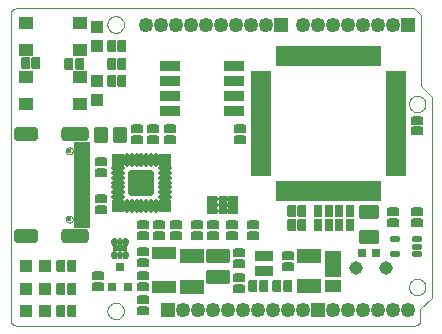
<source format=gbr>
G04 PROTEUS RS274X GERBER FILE*
%FSLAX45Y45*%
%MOMM*%
G01*
%AMPPAD044*
4,1,36,
-0.500000,0.477000,
0.500000,0.477000,
0.525970,0.474470,
0.549980,0.467200,
0.571580,0.455650,
0.590290,0.440290,
0.605650,0.421570,
0.617200,0.399980,
0.624470,0.375970,
0.627000,0.350000,
0.627000,-0.350000,
0.624470,-0.375970,
0.617200,-0.399980,
0.605650,-0.421570,
0.590290,-0.440290,
0.571580,-0.455650,
0.549980,-0.467200,
0.525970,-0.474470,
0.500000,-0.477000,
-0.500000,-0.477000,
-0.525970,-0.474470,
-0.549980,-0.467200,
-0.571580,-0.455650,
-0.590290,-0.440290,
-0.605650,-0.421570,
-0.617200,-0.399980,
-0.624470,-0.375970,
-0.627000,-0.350000,
-0.627000,0.350000,
-0.624470,0.375970,
-0.617200,0.399980,
-0.605650,0.421570,
-0.590290,0.440290,
-0.571580,0.455650,
-0.549980,0.467200,
-0.525970,0.474470,
-0.500000,0.477000,
0*%
%ADD50PPAD044*%
%ADD51C,0.404000*%
%AMPPAD046*
4,1,36,
1.177000,0.195200,
1.177000,-0.195200,
1.168410,-0.283490,
1.143690,-0.365130,
1.104420,-0.438560,
1.052180,-0.502180,
0.988560,-0.554420,
0.915130,-0.593690,
0.833490,-0.618410,
0.745200,-0.627000,
-0.745200,-0.627000,
-0.833490,-0.618410,
-0.915130,-0.593690,
-0.988560,-0.554420,
-1.052180,-0.502180,
-1.104420,-0.438560,
-1.143690,-0.365130,
-1.168410,-0.283490,
-1.177000,-0.195200,
-1.177000,0.195200,
-1.168410,0.283490,
-1.143690,0.365130,
-1.104420,0.438560,
-1.052180,0.502180,
-0.988560,0.554420,
-0.915130,0.593690,
-0.833490,0.618410,
-0.745200,0.627000,
0.745200,0.627000,
0.833490,0.618410,
0.915130,0.593690,
0.988560,0.554420,
1.052180,0.502180,
1.104420,0.438560,
1.143690,0.365130,
1.168410,0.283490,
1.177000,0.195200,
0*%
%ADD52PPAD046*%
%AMPPAD047*
4,1,36,
1.027000,0.195200,
1.027000,-0.195200,
1.018410,-0.283490,
0.993690,-0.365130,
0.954420,-0.438560,
0.902180,-0.502180,
0.838560,-0.554420,
0.765130,-0.593690,
0.683490,-0.618410,
0.595200,-0.627000,
-0.595200,-0.627000,
-0.683490,-0.618410,
-0.765130,-0.593690,
-0.838560,-0.554420,
-0.902180,-0.502180,
-0.954420,-0.438560,
-0.993690,-0.365130,
-1.018410,-0.283490,
-1.027000,-0.195200,
-1.027000,0.195200,
-1.018410,0.283490,
-0.993690,0.365130,
-0.954420,0.438560,
-0.902180,0.502180,
-0.838560,0.554420,
-0.765130,0.593690,
-0.683490,0.618410,
-0.595200,0.627000,
0.595200,0.627000,
0.683490,0.618410,
0.765130,0.593690,
0.838560,0.554420,
0.902180,0.502180,
0.954420,0.438560,
0.993690,0.365130,
1.018410,0.283490,
1.027000,0.195200,
0*%
%ADD53PPAD047*%
%AMPPAD048*
4,1,36,
0.702000,0.300000,
0.702000,-0.300000,
0.699470,-0.325970,
0.692200,-0.349980,
0.680650,-0.371580,
0.665290,-0.390290,
0.646570,-0.405650,
0.624980,-0.417200,
0.600970,-0.424470,
0.575000,-0.427000,
-0.575000,-0.427000,
-0.600970,-0.424470,
-0.624980,-0.417200,
-0.646570,-0.405650,
-0.665290,-0.390290,
-0.680650,-0.371580,
-0.692200,-0.349980,
-0.699470,-0.325970,
-0.702000,-0.300000,
-0.702000,0.300000,
-0.699470,0.325970,
-0.692200,0.349980,
-0.680650,0.371580,
-0.665290,0.390290,
-0.646570,0.405650,
-0.624980,0.417200,
-0.600970,0.424470,
-0.575000,0.427000,
0.575000,0.427000,
0.600970,0.424470,
0.624980,0.417200,
0.646570,0.405650,
0.665290,0.390290,
0.680650,0.371580,
0.692200,0.349980,
0.699470,0.325970,
0.702000,0.300000,
0*%
%ADD54PPAD048*%
%AMPPAD049*
4,1,36,
0.702000,0.150000,
0.702000,-0.150000,
0.699470,-0.175970,
0.692200,-0.199980,
0.680650,-0.221580,
0.665290,-0.240290,
0.646570,-0.255650,
0.624980,-0.267200,
0.600970,-0.274470,
0.575000,-0.277000,
-0.575000,-0.277000,
-0.600970,-0.274470,
-0.624980,-0.267200,
-0.646570,-0.255650,
-0.665290,-0.240290,
-0.680650,-0.221580,
-0.692200,-0.199980,
-0.699470,-0.175970,
-0.702000,-0.150000,
-0.702000,0.150000,
-0.699470,0.175970,
-0.692200,0.199980,
-0.680650,0.221580,
-0.665290,0.240290,
-0.646570,0.255650,
-0.624980,0.267200,
-0.600970,0.274470,
-0.575000,0.277000,
0.575000,0.277000,
0.600970,0.274470,
0.624980,0.267200,
0.646570,0.255650,
0.665290,0.240290,
0.680650,0.221580,
0.692200,0.199980,
0.699470,0.175970,
0.702000,0.150000,
0*%
%ADD55PPAD049*%
%AMPPAD050*
4,1,36,
0.400000,-0.527000,
-0.400000,-0.527000,
-0.425970,-0.524470,
-0.449980,-0.517200,
-0.471580,-0.505650,
-0.490290,-0.490290,
-0.505650,-0.471570,
-0.517200,-0.449980,
-0.524470,-0.425970,
-0.527000,-0.400000,
-0.527000,0.400000,
-0.524470,0.425970,
-0.517200,0.449980,
-0.505650,0.471570,
-0.490290,0.490290,
-0.471580,0.505650,
-0.449980,0.517200,
-0.425970,0.524470,
-0.400000,0.527000,
0.400000,0.527000,
0.425970,0.524470,
0.449980,0.517200,
0.471580,0.505650,
0.490290,0.490290,
0.505650,0.471570,
0.517200,0.449980,
0.524470,0.425970,
0.527000,0.400000,
0.527000,-0.400000,
0.524470,-0.425970,
0.517200,-0.449980,
0.505650,-0.471570,
0.490290,-0.490290,
0.471580,-0.505650,
0.449980,-0.517200,
0.425970,-0.524470,
0.400000,-0.527000,
0*%
%ADD56PPAD050*%
%AMPPAD051*
4,1,36,
-0.527000,-0.400000,
-0.527000,0.400000,
-0.524470,0.425970,
-0.517200,0.449980,
-0.505650,0.471580,
-0.490290,0.490290,
-0.471570,0.505650,
-0.449980,0.517200,
-0.425970,0.524470,
-0.400000,0.527000,
0.400000,0.527000,
0.425970,0.524470,
0.449980,0.517200,
0.471570,0.505650,
0.490290,0.490290,
0.505650,0.471580,
0.517200,0.449980,
0.524470,0.425970,
0.527000,0.400000,
0.527000,-0.400000,
0.524470,-0.425970,
0.517200,-0.449980,
0.505650,-0.471580,
0.490290,-0.490290,
0.471570,-0.505650,
0.449980,-0.517200,
0.425970,-0.524470,
0.400000,-0.527000,
-0.400000,-0.527000,
-0.425970,-0.524470,
-0.449980,-0.517200,
-0.471570,-0.505650,
-0.490290,-0.490290,
-0.505650,-0.471580,
-0.517200,-0.449980,
-0.524470,-0.425970,
-0.527000,-0.400000,
0*%
%ADD57PPAD051*%
%AMPPAD052*
4,1,36,
-0.392000,-0.150000,
-0.392000,0.150000,
-0.389470,0.175970,
-0.382200,0.199980,
-0.370650,0.221580,
-0.355290,0.240290,
-0.336570,0.255650,
-0.314980,0.267200,
-0.290970,0.274470,
-0.265000,0.277000,
0.265000,0.277000,
0.290970,0.274470,
0.314980,0.267200,
0.336570,0.255650,
0.355290,0.240290,
0.370650,0.221580,
0.382200,0.199980,
0.389470,0.175970,
0.392000,0.150000,
0.392000,-0.150000,
0.389470,-0.175970,
0.382200,-0.199980,
0.370650,-0.221580,
0.355290,-0.240290,
0.336570,-0.255650,
0.314980,-0.267200,
0.290970,-0.274470,
0.265000,-0.277000,
-0.265000,-0.277000,
-0.290970,-0.274470,
-0.314980,-0.267200,
-0.336570,-0.255650,
-0.355290,-0.240290,
-0.370650,-0.221580,
-0.382200,-0.199980,
-0.389470,-0.175970,
-0.392000,-0.150000,
0*%
%ADD58PPAD052*%
%AMPPAD053*
4,1,36,
0.863600,0.317500,
0.863600,-0.317500,
0.861070,-0.343470,
0.853800,-0.367480,
0.842250,-0.389080,
0.826890,-0.407790,
0.808170,-0.423150,
0.786580,-0.434700,
0.762570,-0.441970,
0.736600,-0.444500,
-0.736600,-0.444500,
-0.762570,-0.441970,
-0.786580,-0.434700,
-0.808170,-0.423150,
-0.826890,-0.407790,
-0.842250,-0.389080,
-0.853800,-0.367480,
-0.861070,-0.343470,
-0.863600,-0.317500,
-0.863600,0.317500,
-0.861070,0.343470,
-0.853800,0.367480,
-0.842250,0.389080,
-0.826890,0.407790,
-0.808170,0.423150,
-0.786580,0.434700,
-0.762570,0.441970,
-0.736600,0.444500,
0.736600,0.444500,
0.762570,0.441970,
0.786580,0.434700,
0.808170,0.423150,
0.826890,0.407790,
0.842250,0.389080,
0.853800,0.367480,
0.861070,0.343470,
0.863600,0.317500,
0*%
%ADD59PPAD053*%
%AMPPAD054*
4,1,36,
-0.250000,0.527000,
0.250000,0.527000,
0.275970,0.524470,
0.299980,0.517200,
0.321580,0.505650,
0.340290,0.490290,
0.355650,0.471570,
0.367200,0.449980,
0.374470,0.425970,
0.377000,0.400000,
0.377000,-0.400000,
0.374470,-0.425970,
0.367200,-0.449980,
0.355650,-0.471570,
0.340290,-0.490290,
0.321580,-0.505650,
0.299980,-0.517200,
0.275970,-0.524470,
0.250000,-0.527000,
-0.250000,-0.527000,
-0.275970,-0.524470,
-0.299980,-0.517200,
-0.321580,-0.505650,
-0.340290,-0.490290,
-0.355650,-0.471570,
-0.367200,-0.449980,
-0.374470,-0.425970,
-0.377000,-0.400000,
-0.377000,0.400000,
-0.374470,0.425970,
-0.367200,0.449980,
-0.355650,0.471570,
-0.340290,0.490290,
-0.321580,0.505650,
-0.299980,0.517200,
-0.275970,0.524470,
-0.250000,0.527000,
0*%
%ADD60PPAD054*%
%AMPPAD055*
4,1,23,
0.477000,-0.277000,
-0.203090,-0.277000,
-0.227960,-0.275790,
-0.258480,-0.271300,
-0.307850,-0.256340,
-0.355470,-0.230880,
-0.396870,-0.196870,
-0.430880,-0.155470,
-0.456340,-0.107850,
-0.471300,-0.058480,
-0.475790,-0.027960,
-0.477150,0.000000,
-0.475790,0.027960,
-0.471300,0.058480,
-0.456340,0.107850,
-0.430880,0.155470,
-0.396870,0.196870,
-0.355470,0.230880,
-0.307850,0.256340,
-0.258480,0.271300,
-0.227960,0.275790,
-0.203090,0.277000,
0.477000,0.277000,
0.477000,-0.277000,
0*%
%ADD61PPAD055*%
%AMPPAD056*
4,1,23,
-0.477000,0.277000,
0.203090,0.277000,
0.227960,0.275790,
0.258480,0.271300,
0.307850,0.256340,
0.355470,0.230880,
0.396870,0.196870,
0.430880,0.155470,
0.456340,0.107850,
0.471300,0.058480,
0.475790,0.027960,
0.477150,0.000000,
0.475790,-0.027960,
0.471300,-0.058480,
0.456340,-0.107850,
0.430880,-0.155470,
0.396870,-0.196870,
0.355470,-0.230880,
0.307850,-0.256340,
0.258480,-0.271300,
0.227960,-0.275790,
0.203090,-0.277000,
-0.477000,-0.277000,
-0.477000,0.277000,
0*%
%ADD62PPAD056*%
%AMPPAD057*
4,1,36,
0.250000,-0.782000,
-0.250000,-0.782000,
-0.275970,-0.779470,
-0.299980,-0.772200,
-0.321580,-0.760650,
-0.340290,-0.745290,
-0.355650,-0.726570,
-0.367200,-0.704980,
-0.374470,-0.680970,
-0.377000,-0.655000,
-0.377000,0.655000,
-0.374470,0.680970,
-0.367200,0.704980,
-0.355650,0.726570,
-0.340290,0.745290,
-0.321580,0.760650,
-0.299980,0.772200,
-0.275970,0.779470,
-0.250000,0.782000,
0.250000,0.782000,
0.275970,0.779470,
0.299980,0.772200,
0.321580,0.760650,
0.340290,0.745290,
0.355650,0.726570,
0.367200,0.704980,
0.374470,0.680970,
0.377000,0.655000,
0.377000,-0.655000,
0.374470,-0.680970,
0.367200,-0.704980,
0.355650,-0.726570,
0.340290,-0.745290,
0.321580,-0.760650,
0.299980,-0.772200,
0.275970,-0.779470,
0.250000,-0.782000,
0*%
%ADD63PPAD057*%
%AMPPAD058*
4,1,48,
-0.552000,-0.023800,
-0.552000,0.023800,
-0.550970,0.044920,
-0.547960,0.065350,
-0.543040,0.085000,
-0.527890,0.121580,
-0.506270,0.153910,
-0.478920,0.181270,
-0.446580,0.202890,
-0.410000,0.218040,
-0.390350,0.222960,
-0.369920,0.225970,
-0.348800,0.227000,
0.348800,0.227000,
0.369920,0.225970,
0.390350,0.222960,
0.410000,0.218040,
0.446580,0.202890,
0.478920,0.181270,
0.506270,0.153910,
0.527890,0.121580,
0.543040,0.085000,
0.547960,0.065350,
0.550970,0.044920,
0.552000,0.023800,
0.552000,-0.023800,
0.550970,-0.044920,
0.547960,-0.065350,
0.543040,-0.085000,
0.527890,-0.121580,
0.506270,-0.153910,
0.478920,-0.181270,
0.446580,-0.202890,
0.410000,-0.218040,
0.390350,-0.222960,
0.369920,-0.225970,
0.348800,-0.227000,
-0.348800,-0.227000,
-0.369920,-0.225970,
-0.390350,-0.222960,
-0.410000,-0.218040,
-0.446580,-0.202890,
-0.478920,-0.181270,
-0.506270,-0.153910,
-0.527890,-0.121580,
-0.543040,-0.085000,
-0.547960,-0.065350,
-0.550970,-0.044920,
-0.552000,-0.023800,
0*%
%ADD64PPAD058*%
%AMPPAD059*
4,1,48,
0.023800,-0.552000,
-0.023800,-0.552000,
-0.044920,-0.550970,
-0.065350,-0.547960,
-0.085000,-0.543040,
-0.121580,-0.527890,
-0.153910,-0.506270,
-0.181270,-0.478920,
-0.202890,-0.446580,
-0.218040,-0.410000,
-0.222960,-0.390350,
-0.225970,-0.369920,
-0.227000,-0.348800,
-0.227000,0.348800,
-0.225970,0.369920,
-0.222960,0.390350,
-0.218040,0.410000,
-0.202890,0.446580,
-0.181270,0.478920,
-0.153910,0.506270,
-0.121580,0.527890,
-0.085000,0.543040,
-0.065350,0.547960,
-0.044920,0.550970,
-0.023800,0.552000,
0.023800,0.552000,
0.044920,0.550970,
0.065350,0.547960,
0.085000,0.543040,
0.121580,0.527890,
0.153910,0.506270,
0.181270,0.478920,
0.202890,0.446580,
0.218040,0.410000,
0.222960,0.390350,
0.225970,0.369920,
0.227000,0.348800,
0.227000,-0.348800,
0.225970,-0.369920,
0.222960,-0.390350,
0.218040,-0.410000,
0.202890,-0.446580,
0.181270,-0.478920,
0.153910,-0.506270,
0.121580,-0.527890,
0.085000,-0.543040,
0.065350,-0.547960,
0.044920,-0.550970,
0.023800,-0.552000,
0*%
%ADD65PPAD059*%
%AMPPAD060*
4,1,44,
0.746000,-1.127000,
-0.746000,-1.127000,
-0.785600,-1.125080,
-0.823900,-1.119420,
-0.895940,-1.097610,
-0.960730,-1.062960,
-1.016870,-1.016870,
-1.062960,-0.960730,
-1.097610,-0.895940,
-1.119420,-0.823900,
-1.125080,-0.785600,
-1.127000,-0.746000,
-1.127000,0.746000,
-1.125080,0.785600,
-1.119420,0.823900,
-1.097610,0.895940,
-1.062960,0.960730,
-1.016870,1.016870,
-0.960730,1.062960,
-0.895940,1.097610,
-0.823900,1.119420,
-0.785600,1.125080,
-0.746000,1.127000,
0.746000,1.127000,
0.785600,1.125080,
0.823900,1.119420,
0.895940,1.097610,
0.960730,1.062960,
1.016870,1.016870,
1.062960,0.960730,
1.097610,0.895940,
1.119420,0.823900,
1.125080,0.785600,
1.127000,0.746000,
1.127000,-0.746000,
1.125080,-0.785600,
1.119420,-0.823900,
1.097610,-0.895940,
1.062960,-0.960730,
1.016870,-1.016870,
0.960730,-1.062960,
0.895940,-1.097610,
0.823900,-1.119420,
0.785600,-1.125080,
0.746000,-1.127000,
0*%
%ADD66PPAD060*%
%AMPPAD061*
4,1,36,
0.390000,-0.517000,
-0.390000,-0.517000,
-0.415970,-0.514470,
-0.439980,-0.507200,
-0.461580,-0.495650,
-0.480290,-0.480290,
-0.495650,-0.461570,
-0.507200,-0.439980,
-0.514470,-0.415970,
-0.517000,-0.390000,
-0.517000,0.390000,
-0.514470,0.415970,
-0.507200,0.439980,
-0.495650,0.461570,
-0.480290,0.480290,
-0.461580,0.495650,
-0.439980,0.507200,
-0.415970,0.514470,
-0.390000,0.517000,
0.390000,0.517000,
0.415970,0.514470,
0.439980,0.507200,
0.461580,0.495650,
0.480290,0.480290,
0.495650,0.461570,
0.507200,0.439980,
0.514470,0.415970,
0.517000,0.390000,
0.517000,-0.390000,
0.514470,-0.415970,
0.507200,-0.439980,
0.495650,-0.461570,
0.480290,-0.480290,
0.461580,-0.495650,
0.439980,-0.507200,
0.415970,-0.514470,
0.390000,-0.517000,
0*%
%ADD67PPAD061*%
%AMPPAD062*
4,1,36,
0.277000,0.375000,
0.277000,-0.375000,
0.274470,-0.400970,
0.267200,-0.424980,
0.255650,-0.446580,
0.240290,-0.465290,
0.221570,-0.480650,
0.199980,-0.492200,
0.175970,-0.499470,
0.150000,-0.502000,
-0.150000,-0.502000,
-0.175970,-0.499470,
-0.199980,-0.492200,
-0.221570,-0.480650,
-0.240290,-0.465290,
-0.255650,-0.446580,
-0.267200,-0.424980,
-0.274470,-0.400970,
-0.277000,-0.375000,
-0.277000,0.375000,
-0.274470,0.400970,
-0.267200,0.424980,
-0.255650,0.446580,
-0.240290,0.465290,
-0.221570,0.480650,
-0.199980,0.492200,
-0.175970,0.499470,
-0.150000,0.502000,
0.150000,0.502000,
0.175970,0.499470,
0.199980,0.492200,
0.221570,0.480650,
0.240290,0.465290,
0.255650,0.446580,
0.267200,0.424980,
0.274470,0.400970,
0.277000,0.375000,
0*%
%ADD68PPAD062*%
%AMPPAD063*
4,1,36,
0.877000,0.275000,
0.877000,-0.275000,
0.874470,-0.300970,
0.867200,-0.324980,
0.855650,-0.346580,
0.840290,-0.365290,
0.821570,-0.380650,
0.799980,-0.392200,
0.775970,-0.399470,
0.750000,-0.402000,
-0.750000,-0.402000,
-0.775970,-0.399470,
-0.799980,-0.392200,
-0.821570,-0.380650,
-0.840290,-0.365290,
-0.855650,-0.346580,
-0.867200,-0.324980,
-0.874470,-0.300970,
-0.877000,-0.275000,
-0.877000,0.275000,
-0.874470,0.300970,
-0.867200,0.324980,
-0.855650,0.346580,
-0.840290,0.365290,
-0.821570,0.380650,
-0.799980,0.392200,
-0.775970,0.399470,
-0.750000,0.402000,
0.750000,0.402000,
0.775970,0.399470,
0.799980,0.392200,
0.821570,0.380650,
0.840290,0.365290,
0.855650,0.346580,
0.867200,0.324980,
0.874470,0.300970,
0.877000,0.275000,
0*%
%ADD69PPAD063*%
%AMPPAD064*
4,1,36,
-0.275000,0.877000,
0.275000,0.877000,
0.300970,0.874470,
0.324980,0.867200,
0.346580,0.855650,
0.365290,0.840290,
0.380650,0.821570,
0.392200,0.799980,
0.399470,0.775970,
0.402000,0.750000,
0.402000,-0.750000,
0.399470,-0.775970,
0.392200,-0.799980,
0.380650,-0.821570,
0.365290,-0.840290,
0.346580,-0.855650,
0.324980,-0.867200,
0.300970,-0.874470,
0.275000,-0.877000,
-0.275000,-0.877000,
-0.300970,-0.874470,
-0.324980,-0.867200,
-0.346580,-0.855650,
-0.365290,-0.840290,
-0.380650,-0.821570,
-0.392200,-0.799980,
-0.399470,-0.775970,
-0.402000,-0.750000,
-0.402000,0.750000,
-0.399470,0.775970,
-0.392200,0.799980,
-0.380650,0.821570,
-0.365290,0.840290,
-0.346580,0.855650,
-0.324980,0.867200,
-0.300970,0.874470,
-0.275000,0.877000,
0*%
%ADD74PPAD064*%
%AMPPAD065*
4,1,36,
-0.254000,0.508000,
0.254000,0.508000,
0.279970,0.505470,
0.303980,0.498200,
0.325580,0.486650,
0.344290,0.471290,
0.359650,0.452570,
0.371200,0.430980,
0.378470,0.406970,
0.381000,0.381000,
0.381000,-0.381000,
0.378470,-0.406970,
0.371200,-0.430980,
0.359650,-0.452570,
0.344290,-0.471290,
0.325580,-0.486650,
0.303980,-0.498200,
0.279970,-0.505470,
0.254000,-0.508000,
-0.254000,-0.508000,
-0.279970,-0.505470,
-0.303980,-0.498200,
-0.325580,-0.486650,
-0.344290,-0.471290,
-0.359650,-0.452570,
-0.371200,-0.430980,
-0.378470,-0.406970,
-0.381000,-0.381000,
-0.381000,0.381000,
-0.378470,0.406970,
-0.371200,0.430980,
-0.359650,0.452570,
-0.344290,0.471290,
-0.325580,0.486650,
-0.303980,0.498200,
-0.279970,0.505470,
-0.254000,0.508000,
0*%
%ADD75PPAD065*%
%AMPPAD066*
4,1,36,
0.090000,-0.302000,
-0.090000,-0.302000,
-0.115970,-0.299470,
-0.139980,-0.292200,
-0.161580,-0.280650,
-0.180290,-0.265290,
-0.195650,-0.246570,
-0.207200,-0.224980,
-0.214470,-0.200970,
-0.217000,-0.175000,
-0.217000,0.175000,
-0.214470,0.200970,
-0.207200,0.224980,
-0.195650,0.246570,
-0.180290,0.265290,
-0.161580,0.280650,
-0.139980,0.292200,
-0.115970,0.299470,
-0.090000,0.302000,
0.090000,0.302000,
0.115970,0.299470,
0.139980,0.292200,
0.161580,0.280650,
0.180290,0.265290,
0.195650,0.246570,
0.207200,0.224980,
0.214470,0.200970,
0.217000,0.175000,
0.217000,-0.175000,
0.214470,-0.200970,
0.207200,-0.224980,
0.195650,-0.246570,
0.180290,-0.265290,
0.161580,-0.280650,
0.139980,-0.292200,
0.115970,-0.299470,
0.090000,-0.302000,
0*%
%ADD76PPAD066*%
%AMPPAD067*
4,1,36,
0.470000,-0.277000,
-0.470000,-0.277000,
-0.495970,-0.274470,
-0.519980,-0.267200,
-0.541580,-0.255650,
-0.560290,-0.240290,
-0.575650,-0.221570,
-0.587200,-0.199980,
-0.594470,-0.175970,
-0.597000,-0.150000,
-0.597000,0.150000,
-0.594470,0.175970,
-0.587200,0.199980,
-0.575650,0.221570,
-0.560290,0.240290,
-0.541580,0.255650,
-0.519980,0.267200,
-0.495970,0.274470,
-0.470000,0.277000,
0.470000,0.277000,
0.495970,0.274470,
0.519980,0.267200,
0.541580,0.255650,
0.560290,0.240290,
0.575650,0.221570,
0.587200,0.199980,
0.594470,0.175970,
0.597000,0.150000,
0.597000,-0.150000,
0.594470,-0.175970,
0.587200,-0.199980,
0.575650,-0.221570,
0.560290,-0.240290,
0.541580,-0.255650,
0.519980,-0.267200,
0.495970,-0.274470,
0.470000,-0.277000,
0*%
%ADD77PPAD067*%
%AMPPAD068*
4,1,48,
0.373000,-0.627000,
-0.373000,-0.627000,
-0.399400,-0.625720,
-0.424930,-0.621950,
-0.449490,-0.615800,
-0.495220,-0.596870,
-0.535650,-0.569840,
-0.569840,-0.535640,
-0.596860,-0.495220,
-0.615800,-0.449490,
-0.621950,-0.424930,
-0.625720,-0.399400,
-0.627000,-0.373000,
-0.627000,0.373000,
-0.625720,0.399400,
-0.621950,0.424930,
-0.615800,0.449490,
-0.596860,0.495220,
-0.569840,0.535640,
-0.535650,0.569840,
-0.495220,0.596870,
-0.449490,0.615800,
-0.424930,0.621950,
-0.399400,0.625720,
-0.373000,0.627000,
0.373000,0.627000,
0.399400,0.625720,
0.424930,0.621950,
0.449490,0.615800,
0.495220,0.596870,
0.535650,0.569840,
0.569840,0.535640,
0.596860,0.495220,
0.615800,0.449490,
0.621950,0.424930,
0.625720,0.399400,
0.627000,0.373000,
0.627000,-0.373000,
0.625720,-0.399400,
0.621950,-0.424930,
0.615800,-0.449490,
0.596860,-0.495220,
0.569840,-0.535640,
0.535650,-0.569840,
0.495220,-0.596870,
0.449490,-0.615800,
0.424930,-0.621950,
0.399400,-0.625720,
0.373000,-0.627000,
0*%
%ADD78PPAD068*%
%ADD79C,1.254000*%
%AMPPAD070*
4,1,36,
-0.450000,0.652000,
0.450000,0.652000,
0.475970,0.649470,
0.499980,0.642200,
0.521580,0.630650,
0.540290,0.615290,
0.555650,0.596570,
0.567200,0.574980,
0.574470,0.550970,
0.577000,0.525000,
0.577000,-0.525000,
0.574470,-0.550970,
0.567200,-0.574980,
0.555650,-0.596570,
0.540290,-0.615290,
0.521580,-0.630650,
0.499980,-0.642200,
0.475970,-0.649470,
0.450000,-0.652000,
-0.450000,-0.652000,
-0.475970,-0.649470,
-0.499980,-0.642200,
-0.521580,-0.630650,
-0.540290,-0.615290,
-0.555650,-0.596570,
-0.567200,-0.574980,
-0.574470,-0.550970,
-0.577000,-0.525000,
-0.577000,0.525000,
-0.574470,0.550970,
-0.567200,0.574980,
-0.555650,0.596570,
-0.540290,0.615290,
-0.521580,0.630650,
-0.499980,0.642200,
-0.475970,0.649470,
-0.450000,0.652000,
0*%
%ADD80PPAD070*%
%AMPPAD071*
4,1,36,
0.508000,0.254000,
0.508000,-0.254000,
0.505470,-0.279970,
0.498200,-0.303980,
0.486650,-0.325580,
0.471290,-0.344290,
0.452570,-0.359650,
0.430980,-0.371200,
0.406970,-0.378470,
0.381000,-0.381000,
-0.381000,-0.381000,
-0.406970,-0.378470,
-0.430980,-0.371200,
-0.452570,-0.359650,
-0.471290,-0.344290,
-0.486650,-0.325580,
-0.498200,-0.303980,
-0.505470,-0.279970,
-0.508000,-0.254000,
-0.508000,0.254000,
-0.505470,0.279970,
-0.498200,0.303980,
-0.486650,0.325580,
-0.471290,0.344290,
-0.452570,0.359650,
-0.430980,0.371200,
-0.406970,0.378470,
-0.381000,0.381000,
0.381000,0.381000,
0.406970,0.378470,
0.430980,0.371200,
0.452570,0.359650,
0.471290,0.344290,
0.486650,0.325580,
0.498200,0.303980,
0.505470,0.279970,
0.508000,0.254000,
0*%
%ADD81PPAD071*%
%AMPPAD072*
4,1,36,
0.250000,-0.377000,
-0.250000,-0.377000,
-0.275970,-0.374470,
-0.299980,-0.367200,
-0.321580,-0.355650,
-0.340290,-0.340290,
-0.355650,-0.321570,
-0.367200,-0.299980,
-0.374470,-0.275970,
-0.377000,-0.250000,
-0.377000,0.250000,
-0.374470,0.275970,
-0.367200,0.299980,
-0.355650,0.321570,
-0.340290,0.340290,
-0.321580,0.355650,
-0.299980,0.367200,
-0.275970,0.374470,
-0.250000,0.377000,
0.250000,0.377000,
0.275970,0.374470,
0.299980,0.367200,
0.321580,0.355650,
0.340290,0.340290,
0.355650,0.321570,
0.367200,0.299980,
0.374470,0.275970,
0.377000,0.250000,
0.377000,-0.250000,
0.374470,-0.275970,
0.367200,-0.299980,
0.355650,-0.321570,
0.340290,-0.340290,
0.321580,-0.355650,
0.299980,-0.367200,
0.275970,-0.374470,
0.250000,-0.377000,
0*%
%ADD82PPAD072*%
%AMPPAD073*
4,1,36,
-0.550000,0.527000,
0.550000,0.527000,
0.575970,0.524470,
0.599980,0.517200,
0.621580,0.505650,
0.640290,0.490290,
0.655650,0.471570,
0.667200,0.449980,
0.674470,0.425970,
0.677000,0.400000,
0.677000,-0.400000,
0.674470,-0.425970,
0.667200,-0.449980,
0.655650,-0.471570,
0.640290,-0.490290,
0.621580,-0.505650,
0.599980,-0.517200,
0.575970,-0.524470,
0.550000,-0.527000,
-0.550000,-0.527000,
-0.575970,-0.524470,
-0.599980,-0.517200,
-0.621580,-0.505650,
-0.640290,-0.490290,
-0.655650,-0.471570,
-0.667200,-0.449980,
-0.674470,-0.425970,
-0.677000,-0.400000,
-0.677000,0.400000,
-0.674470,0.425970,
-0.667200,0.449980,
-0.655650,0.471570,
-0.640290,0.490290,
-0.621580,0.505650,
-0.599980,0.517200,
-0.575970,0.524470,
-0.550000,0.527000,
0*%
%ADD83PPAD073*%
%AMPPAD074*
4,1,36,
-0.550000,1.127000,
0.550000,1.127000,
0.575970,1.124470,
0.599980,1.117200,
0.621580,1.105650,
0.640290,1.090290,
0.655650,1.071570,
0.667200,1.049980,
0.674470,1.025970,
0.677000,1.000000,
0.677000,-1.000000,
0.674470,-1.025970,
0.667200,-1.049980,
0.655650,-1.071570,
0.640290,-1.090290,
0.621580,-1.105650,
0.599980,-1.117200,
0.575970,-1.124470,
0.550000,-1.127000,
-0.550000,-1.127000,
-0.575970,-1.124470,
-0.599980,-1.117200,
-0.621580,-1.105650,
-0.640290,-1.090290,
-0.655650,-1.071570,
-0.667200,-1.049980,
-0.674470,-1.025970,
-0.677000,-1.000000,
-0.677000,1.000000,
-0.674470,1.025970,
-0.667200,1.049980,
-0.655650,1.071570,
-0.640290,1.090290,
-0.621580,1.105650,
-0.599980,1.117200,
-0.575970,1.124470,
-0.550000,1.127000,
0*%
%ADD84PPAD074*%
%ADD85C,1.143000*%
%AMPPAD076*
4,1,36,
-0.825500,-0.444500,
-0.825500,0.444500,
-0.822970,0.470470,
-0.815700,0.494480,
-0.804150,0.516080,
-0.788790,0.534790,
-0.770070,0.550150,
-0.748480,0.561700,
-0.724470,0.568970,
-0.698500,0.571500,
0.698500,0.571500,
0.724470,0.568970,
0.748480,0.561700,
0.770070,0.550150,
0.788790,0.534790,
0.804150,0.516080,
0.815700,0.494480,
0.822970,0.470470,
0.825500,0.444500,
0.825500,-0.444500,
0.822970,-0.470470,
0.815700,-0.494480,
0.804150,-0.516080,
0.788790,-0.534790,
0.770070,-0.550150,
0.748480,-0.561700,
0.724470,-0.568970,
0.698500,-0.571500,
-0.698500,-0.571500,
-0.724470,-0.568970,
-0.748480,-0.561700,
-0.770070,-0.550150,
-0.788790,-0.534790,
-0.804150,-0.516080,
-0.815700,-0.494480,
-0.822970,-0.470470,
-0.825500,-0.444500,
0*%
%ADD86PPAD076*%
%AMPPAD077*
4,1,36,
0.977000,0.500000,
0.977000,-0.500000,
0.974470,-0.525970,
0.967200,-0.549980,
0.955650,-0.571580,
0.940290,-0.590290,
0.921570,-0.605650,
0.899980,-0.617200,
0.875970,-0.624470,
0.850000,-0.627000,
-0.850000,-0.627000,
-0.875970,-0.624470,
-0.899980,-0.617200,
-0.921570,-0.605650,
-0.940290,-0.590290,
-0.955650,-0.571580,
-0.967200,-0.549980,
-0.974470,-0.525970,
-0.977000,-0.500000,
-0.977000,0.500000,
-0.974470,0.525970,
-0.967200,0.549980,
-0.955650,0.571580,
-0.940290,0.590290,
-0.921570,0.605650,
-0.899980,0.617200,
-0.875970,0.624470,
-0.850000,0.627000,
0.850000,0.627000,
0.875970,0.624470,
0.899980,0.617200,
0.921570,0.605650,
0.940290,0.590290,
0.955650,0.571580,
0.967200,0.549980,
0.974470,0.525970,
0.977000,0.500000,
0*%
%ADD87PPAD077*%
%AMPPAD078*
4,1,36,
0.150000,-0.462000,
-0.150000,-0.462000,
-0.175970,-0.459470,
-0.199980,-0.452200,
-0.221580,-0.440650,
-0.240290,-0.425290,
-0.255650,-0.406570,
-0.267200,-0.384980,
-0.274470,-0.360970,
-0.277000,-0.335000,
-0.277000,0.335000,
-0.274470,0.360970,
-0.267200,0.384980,
-0.255650,0.406570,
-0.240290,0.425290,
-0.221580,0.440650,
-0.199980,0.452200,
-0.175970,0.459470,
-0.150000,0.462000,
0.150000,0.462000,
0.175970,0.459470,
0.199980,0.452200,
0.221580,0.440650,
0.240290,0.425290,
0.255650,0.406570,
0.267200,0.384980,
0.274470,0.360970,
0.277000,0.335000,
0.277000,-0.335000,
0.274470,-0.360970,
0.267200,-0.384980,
0.255650,-0.406570,
0.240290,-0.425290,
0.221580,-0.440650,
0.199980,-0.452200,
0.175970,-0.459470,
0.150000,-0.462000,
0*%
%ADD88PPAD078*%
%AMPPAD079*
4,1,36,
-0.900000,0.577000,
0.900000,0.577000,
0.925970,0.574470,
0.949980,0.567200,
0.971580,0.555650,
0.990290,0.540290,
1.005650,0.521570,
1.017200,0.499980,
1.024470,0.475970,
1.027000,0.450000,
1.027000,-0.450000,
1.024470,-0.475970,
1.017200,-0.499980,
1.005650,-0.521570,
0.990290,-0.540290,
0.971580,-0.555650,
0.949980,-0.567200,
0.925970,-0.574470,
0.900000,-0.577000,
-0.900000,-0.577000,
-0.925970,-0.574470,
-0.949980,-0.567200,
-0.971580,-0.555650,
-0.990290,-0.540290,
-1.005650,-0.521570,
-1.017200,-0.499980,
-1.024470,-0.475970,
-1.027000,-0.450000,
-1.027000,0.450000,
-1.024470,0.475970,
-1.017200,0.499980,
-1.005650,0.521570,
-0.990290,0.540290,
-0.971580,0.555650,
-0.949980,0.567200,
-0.925970,0.574470,
-0.900000,0.577000,
0*%
%ADD89PPAD079*%
%ADD46C,0.025400*%
D50*
X+127000Y+2334050D03*
X+587000Y+2334050D03*
X+587000Y+2559050D03*
X+127000Y+2559050D03*
X+127000Y+1873650D03*
X+587000Y+1873650D03*
X+587000Y+2098650D03*
X+127000Y+2098650D03*
D51*
X+495000Y+898650D03*
X+495000Y+1476650D03*
D52*
X+545000Y+755650D03*
X+545000Y+1619650D03*
D53*
X+127000Y+755650D03*
X+127000Y+1619650D03*
D54*
X+602500Y+1507650D03*
X+602500Y+1427650D03*
D55*
X+602500Y+1312650D03*
X+602500Y+1212650D03*
X+602500Y+1162650D03*
X+602500Y+1062650D03*
D54*
X+602500Y+867650D03*
X+602500Y+947650D03*
D55*
X+602500Y+1012650D03*
X+602500Y+1112650D03*
X+602500Y+1262650D03*
X+602500Y+1362650D03*
D56*
X+292000Y+120650D03*
X+127000Y+120650D03*
D57*
X+727000Y+2363650D03*
X+727000Y+2528650D03*
D56*
X+292000Y+311150D03*
X+127000Y+311150D03*
X+292000Y+501650D03*
X+127000Y+501650D03*
D57*
X+727000Y+1903650D03*
X+727000Y+2068650D03*
D58*
X+3441700Y+601750D03*
X+3441700Y+666750D03*
X+3441700Y+731750D03*
X+3253700Y+731750D03*
X+3253700Y+601750D03*
D59*
X+1887200Y+1815050D03*
X+1887200Y+1942050D03*
X+1887200Y+2069050D03*
X+1887200Y+2196050D03*
X+1347200Y+2196050D03*
X+1347200Y+2069050D03*
X+1347200Y+1942050D03*
X+1347200Y+1815050D03*
D60*
X+2603550Y+848200D03*
X+2693550Y+848200D03*
X+2783550Y+848200D03*
X+2873550Y+848200D03*
X+2873550Y+968200D03*
X+2783550Y+968200D03*
X+2693550Y+968200D03*
X+2603550Y+968200D03*
D61*
X+1874500Y+965200D03*
X+1874500Y+1015200D03*
X+1874500Y+1065200D03*
D62*
X+1714500Y+1065200D03*
X+1714500Y+1015200D03*
X+1714500Y+965200D03*
D63*
X+1794500Y+1015200D03*
D64*
X+1302500Y+1087650D03*
X+1302500Y+1127650D03*
X+1302500Y+1167650D03*
X+1302500Y+1207650D03*
X+1302500Y+1247650D03*
X+1302500Y+1287650D03*
X+1302500Y+1327650D03*
D65*
X+1227500Y+1402650D03*
X+1187500Y+1402650D03*
X+1147500Y+1402650D03*
X+1107500Y+1402650D03*
X+1067500Y+1402650D03*
X+1027500Y+1402650D03*
X+987500Y+1402650D03*
D64*
X+912500Y+1327650D03*
X+912500Y+1287650D03*
X+912500Y+1247650D03*
X+912500Y+1207650D03*
X+912500Y+1167650D03*
X+912500Y+1127650D03*
X+912500Y+1087650D03*
D65*
X+987500Y+1012650D03*
X+1027500Y+1012650D03*
X+1067500Y+1012650D03*
X+1107500Y+1012650D03*
X+1147500Y+1012650D03*
X+1187500Y+1012650D03*
X+1227500Y+1012650D03*
D66*
X+1107500Y+1207650D03*
D67*
X+1302500Y+1012650D03*
X+1302500Y+1402650D03*
X+912500Y+1402650D03*
X+912500Y+1012650D03*
D68*
X+1375550Y+612900D03*
X+1325550Y+612900D03*
X+1275550Y+612900D03*
X+1225550Y+612900D03*
X+1225550Y+322300D03*
X+1275550Y+322300D03*
X+1325550Y+322300D03*
X+1375550Y+322300D03*
D69*
X+2119900Y+2109650D03*
X+2119900Y+2029650D03*
X+2119900Y+1949650D03*
X+2119900Y+1869650D03*
X+2119900Y+1789650D03*
X+2119900Y+1709650D03*
X+2119900Y+1629650D03*
X+2119900Y+1549650D03*
X+2119900Y+1469650D03*
X+2119900Y+1389650D03*
X+2119900Y+1309650D03*
D74*
X+2289900Y+1139650D03*
X+2369900Y+1139650D03*
X+2449900Y+1139650D03*
X+2529900Y+1139650D03*
X+2609900Y+1139650D03*
X+2689900Y+1139650D03*
X+2769900Y+1139650D03*
X+2849900Y+1139650D03*
X+2929900Y+1139650D03*
X+3009900Y+1139650D03*
X+3089900Y+1139650D03*
D69*
X+3259900Y+1309650D03*
X+3259900Y+1389650D03*
X+3259900Y+1469650D03*
X+3259900Y+1549650D03*
X+3259900Y+1629650D03*
X+3259900Y+1709650D03*
X+3259900Y+1789650D03*
X+3259900Y+1869650D03*
X+3259900Y+1949650D03*
X+3259900Y+2029650D03*
X+3259900Y+2109650D03*
D74*
X+3089900Y+2279650D03*
X+3009900Y+2279650D03*
X+2929900Y+2279650D03*
X+2849900Y+2279650D03*
X+2769900Y+2279650D03*
X+2689900Y+2279650D03*
X+2609900Y+2279650D03*
X+2529900Y+2279650D03*
X+2449900Y+2279650D03*
X+2369900Y+2279650D03*
X+2289900Y+2279650D03*
D75*
X+854000Y+2068650D03*
X+945440Y+2068650D03*
X+516890Y+311150D03*
X+425450Y+311150D03*
X+516890Y+501650D03*
X+425450Y+501650D03*
X+516890Y+120650D03*
X+425450Y+120650D03*
X+945440Y+2214700D03*
X+854000Y+2214700D03*
D76*
X+978300Y+708900D03*
X+965600Y+708900D03*
X+925600Y+708900D03*
X+885600Y+708900D03*
X+872900Y+708900D03*
X+885600Y+593900D03*
X+872900Y+593900D03*
X+925600Y+593900D03*
X+978300Y+593900D03*
X+965600Y+593900D03*
D77*
X+925600Y+651400D03*
D78*
X+2286000Y+2546350D03*
D79*
X+2159000Y+2546350D03*
X+2032000Y+2546350D03*
X+1905000Y+2546350D03*
X+1778000Y+2546350D03*
X+1651000Y+2546350D03*
X+1524000Y+2546350D03*
X+1397000Y+2546350D03*
X+1270000Y+2546350D03*
X+1143000Y+2546350D03*
D78*
X+3365500Y+2546350D03*
D79*
X+3238500Y+2546350D03*
X+3111500Y+2546350D03*
X+2984500Y+2546350D03*
X+2857500Y+2546350D03*
X+2730500Y+2546350D03*
X+2603500Y+2546350D03*
X+2476500Y+2546350D03*
D78*
X+2603500Y+133350D03*
D79*
X+2730500Y+133350D03*
X+2857500Y+133350D03*
X+2984500Y+133350D03*
X+3111500Y+133350D03*
X+3238500Y+133350D03*
X+3365500Y+133350D03*
D78*
X+1333500Y+133350D03*
D79*
X+1460500Y+133350D03*
X+1587500Y+133350D03*
X+1714500Y+133350D03*
X+1841500Y+133350D03*
X+1968500Y+133350D03*
X+2095500Y+133350D03*
X+2222500Y+133350D03*
X+2349500Y+133350D03*
X+2476500Y+133350D03*
D80*
X+762500Y+1614090D03*
X+922500Y+1614090D03*
D81*
X+1067500Y+1662650D03*
X+1067500Y+1571210D03*
X+3441700Y+1642110D03*
X+3441700Y+1733550D03*
X+1937750Y+1571210D03*
X+1937750Y+1662650D03*
D82*
X+3092450Y+609600D03*
X+2972450Y+609600D03*
D81*
X+1207500Y+1571210D03*
X+1207500Y+1662650D03*
X+1117600Y+850900D03*
X+1117600Y+759460D03*
X+762500Y+1287650D03*
X+762500Y+1379090D03*
X+762500Y+1067650D03*
X+762500Y+976210D03*
D83*
X+2730500Y+330200D03*
D84*
X+2730500Y+520200D03*
D82*
X+860600Y+322300D03*
X+925600Y+492300D03*
X+990600Y+322300D03*
D81*
X+736600Y+322300D03*
X+736600Y+413740D03*
X+1117600Y+119100D03*
X+1117600Y+210540D03*
X+1347200Y+1662650D03*
X+1347200Y+1571210D03*
X+3241000Y+867410D03*
X+3241000Y+958850D03*
X+3441700Y+867410D03*
X+3441700Y+958850D03*
X+2052300Y+759460D03*
X+2052300Y+850900D03*
D85*
X+2923411Y+482600D03*
X+3177411Y+482600D03*
D75*
X+2378760Y+848200D03*
X+2470200Y+848200D03*
X+2378760Y+968200D03*
X+2470200Y+968200D03*
D86*
X+3031450Y+745490D03*
X+3031450Y+958850D03*
D87*
X+1754200Y+587500D03*
X+1754200Y+407500D03*
D88*
X+2197100Y+587500D03*
X+2147100Y+587500D03*
X+2097100Y+587500D03*
X+2097100Y+460500D03*
X+2147100Y+460500D03*
X+2197100Y+460500D03*
D81*
X+2349500Y+587500D03*
X+2349500Y+496060D03*
D89*
X+2527300Y+587500D03*
X+2527300Y+330200D03*
D81*
X+1932000Y+612900D03*
X+1932000Y+521460D03*
D75*
X+2142490Y+330200D03*
X+2051050Y+330200D03*
X+2349500Y+330200D03*
X+2258060Y+330200D03*
D89*
X+1536700Y+326900D03*
X+1536700Y+584200D03*
D81*
X+1930400Y+308610D03*
X+1930400Y+400050D03*
X+1117600Y+322300D03*
X+1117600Y+413740D03*
X+1257300Y+850900D03*
X+1257300Y+759460D03*
X+1117600Y+530860D03*
X+1117600Y+622300D03*
X+1874500Y+850900D03*
X+1874500Y+759460D03*
X+1574800Y+850900D03*
X+1574800Y+759460D03*
X+1714500Y+850900D03*
X+1714500Y+759460D03*
D75*
X+587000Y+2215490D03*
X+495560Y+2215490D03*
X+127000Y+2216760D03*
X+218440Y+2216760D03*
X+854000Y+2363650D03*
X+945440Y+2363650D03*
D81*
X+1397000Y+759460D03*
X+1397000Y+850900D03*
D46*
X+525000Y+898650D02*
X+524897Y+901139D01*
X+524055Y+906119D01*
X+522295Y+911099D01*
X+519418Y+916079D01*
X+515017Y+920995D01*
X+510037Y+924609D01*
X+505057Y+926914D01*
X+500077Y+928217D01*
X+495097Y+928650D01*
X+495000Y+928650D01*
X+465000Y+898650D02*
X+465103Y+901139D01*
X+465945Y+906119D01*
X+467705Y+911099D01*
X+470582Y+916079D01*
X+474983Y+920995D01*
X+479963Y+924609D01*
X+484943Y+926914D01*
X+489923Y+928217D01*
X+494903Y+928650D01*
X+495000Y+928650D01*
X+465000Y+898650D02*
X+465103Y+896161D01*
X+465945Y+891181D01*
X+467705Y+886201D01*
X+470582Y+881221D01*
X+474983Y+876305D01*
X+479963Y+872691D01*
X+484943Y+870386D01*
X+489923Y+869083D01*
X+494903Y+868650D01*
X+495000Y+868650D01*
X+525000Y+898650D02*
X+524897Y+896161D01*
X+524055Y+891181D01*
X+522295Y+886201D01*
X+519418Y+881221D01*
X+515017Y+876305D01*
X+510037Y+872691D01*
X+505057Y+870386D01*
X+500077Y+869083D01*
X+495097Y+868650D01*
X+495000Y+868650D01*
X+525000Y+1476650D02*
X+524897Y+1479139D01*
X+524055Y+1484119D01*
X+522295Y+1489099D01*
X+519418Y+1494079D01*
X+515017Y+1498995D01*
X+510037Y+1502609D01*
X+505057Y+1504914D01*
X+500077Y+1506217D01*
X+495097Y+1506650D01*
X+495000Y+1506650D01*
X+465000Y+1476650D02*
X+465103Y+1479139D01*
X+465945Y+1484119D01*
X+467705Y+1489099D01*
X+470582Y+1494079D01*
X+474983Y+1498995D01*
X+479963Y+1502609D01*
X+484943Y+1504914D01*
X+489923Y+1506217D01*
X+494903Y+1506650D01*
X+495000Y+1506650D01*
X+465000Y+1476650D02*
X+465103Y+1474161D01*
X+465945Y+1469181D01*
X+467705Y+1464201D01*
X+470582Y+1459221D01*
X+474983Y+1454305D01*
X+479963Y+1450691D01*
X+484943Y+1448386D01*
X+489923Y+1447083D01*
X+494903Y+1446650D01*
X+495000Y+1446650D01*
X+525000Y+1476650D02*
X+524897Y+1474161D01*
X+524055Y+1469181D01*
X+522295Y+1464201D01*
X+519418Y+1459221D01*
X+515017Y+1454305D01*
X+510037Y+1450691D01*
X+505057Y+1448386D01*
X+500077Y+1447083D01*
X+495097Y+1446650D01*
X+495000Y+1446650D01*
X+959000Y+2546350D02*
X+958761Y+2552129D01*
X+956819Y+2563689D01*
X+952756Y+2575249D01*
X+946123Y+2586809D01*
X+935976Y+2598247D01*
X+924416Y+2606730D01*
X+912856Y+2612160D01*
X+901296Y+2615262D01*
X+889736Y+2616346D01*
X+889000Y+2616350D01*
X+819000Y+2546350D02*
X+819239Y+2552129D01*
X+821181Y+2563689D01*
X+825244Y+2575249D01*
X+831877Y+2586809D01*
X+842024Y+2598247D01*
X+853584Y+2606730D01*
X+865144Y+2612160D01*
X+876704Y+2615262D01*
X+888264Y+2616346D01*
X+889000Y+2616350D01*
X+819000Y+2546350D02*
X+819239Y+2540571D01*
X+821181Y+2529011D01*
X+825244Y+2517451D01*
X+831877Y+2505891D01*
X+842024Y+2494453D01*
X+853584Y+2485970D01*
X+865144Y+2480540D01*
X+876704Y+2477438D01*
X+888264Y+2476354D01*
X+889000Y+2476350D01*
X+959000Y+2546350D02*
X+958761Y+2540571D01*
X+956819Y+2529011D01*
X+952756Y+2517451D01*
X+946123Y+2505891D01*
X+935976Y+2494453D01*
X+924416Y+2485970D01*
X+912856Y+2480540D01*
X+901296Y+2477438D01*
X+889736Y+2476354D01*
X+889000Y+2476350D01*
X+959000Y+120650D02*
X+958761Y+126429D01*
X+956819Y+137989D01*
X+952756Y+149549D01*
X+946123Y+161109D01*
X+935976Y+172547D01*
X+924416Y+181030D01*
X+912856Y+186460D01*
X+901296Y+189562D01*
X+889736Y+190646D01*
X+889000Y+190650D01*
X+819000Y+120650D02*
X+819239Y+126429D01*
X+821181Y+137989D01*
X+825244Y+149549D01*
X+831877Y+161109D01*
X+842024Y+172547D01*
X+853584Y+181030D01*
X+865144Y+186460D01*
X+876704Y+189562D01*
X+888264Y+190646D01*
X+889000Y+190650D01*
X+819000Y+120650D02*
X+819239Y+114871D01*
X+821181Y+103311D01*
X+825244Y+91751D01*
X+831877Y+80191D01*
X+842024Y+68753D01*
X+853584Y+60270D01*
X+865144Y+54840D01*
X+876704Y+51738D01*
X+888264Y+50654D01*
X+889000Y+50650D01*
X+959000Y+120650D02*
X+958761Y+114871D01*
X+956819Y+103311D01*
X+952756Y+91751D01*
X+946123Y+80191D01*
X+935976Y+68753D01*
X+924416Y+60270D01*
X+912856Y+54840D01*
X+901296Y+51738D01*
X+889736Y+50654D01*
X+889000Y+50650D01*
X+3416300Y+2684780D02*
X+3472180Y+2628900D01*
X+3472180Y+2021840D01*
X+3469640Y+137160D02*
X+3469640Y+45720D01*
X+3465721Y+25727D01*
X+3454956Y+9604D01*
X+3438833Y-1161D01*
X+3418840Y-5080D01*
X+50800Y-5080D02*
X+30807Y-1161D01*
X+14684Y+9604D01*
X+3919Y+25727D01*
X+0Y+45720D01*
X+0Y+2633980D02*
X+3919Y+2653973D01*
X+14684Y+2670096D01*
X+30807Y+2680861D01*
X+50800Y+2684780D01*
X+0Y+2633980D02*
X+0Y+45720D01*
X+50800Y-5080D02*
X+3418840Y-5080D01*
X+50800Y+2684780D02*
X+3416300Y+2684780D01*
X+3469640Y+137160D02*
X+3563620Y+231140D01*
X+3472180Y+2021840D02*
X+3563620Y+1930400D01*
X+3563620Y+231140D01*
X+3511700Y+323850D02*
X+3511461Y+329629D01*
X+3509519Y+341189D01*
X+3505456Y+352749D01*
X+3498823Y+364309D01*
X+3488676Y+375747D01*
X+3477116Y+384230D01*
X+3465556Y+389660D01*
X+3453996Y+392762D01*
X+3442436Y+393846D01*
X+3441700Y+393850D01*
X+3371700Y+323850D02*
X+3371939Y+329629D01*
X+3373881Y+341189D01*
X+3377944Y+352749D01*
X+3384577Y+364309D01*
X+3394724Y+375747D01*
X+3406284Y+384230D01*
X+3417844Y+389660D01*
X+3429404Y+392762D01*
X+3440964Y+393846D01*
X+3441700Y+393850D01*
X+3371700Y+323850D02*
X+3371939Y+318071D01*
X+3373881Y+306511D01*
X+3377944Y+294951D01*
X+3384577Y+283391D01*
X+3394724Y+271953D01*
X+3406284Y+263470D01*
X+3417844Y+258040D01*
X+3429404Y+254938D01*
X+3440964Y+253854D01*
X+3441700Y+253850D01*
X+3511700Y+323850D02*
X+3511461Y+318071D01*
X+3509519Y+306511D01*
X+3505456Y+294951D01*
X+3498823Y+283391D01*
X+3488676Y+271953D01*
X+3477116Y+263470D01*
X+3465556Y+258040D01*
X+3453996Y+254938D01*
X+3442436Y+253854D01*
X+3441700Y+253850D01*
X+3511700Y+1873250D02*
X+3511461Y+1879029D01*
X+3509519Y+1890589D01*
X+3505456Y+1902149D01*
X+3498823Y+1913709D01*
X+3488676Y+1925147D01*
X+3477116Y+1933630D01*
X+3465556Y+1939060D01*
X+3453996Y+1942162D01*
X+3442436Y+1943246D01*
X+3441700Y+1943250D01*
X+3371700Y+1873250D02*
X+3371939Y+1879029D01*
X+3373881Y+1890589D01*
X+3377944Y+1902149D01*
X+3384577Y+1913709D01*
X+3394724Y+1925147D01*
X+3406284Y+1933630D01*
X+3417844Y+1939060D01*
X+3429404Y+1942162D01*
X+3440964Y+1943246D01*
X+3441700Y+1943250D01*
X+3371700Y+1873250D02*
X+3371939Y+1867471D01*
X+3373881Y+1855911D01*
X+3377944Y+1844351D01*
X+3384577Y+1832791D01*
X+3394724Y+1821353D01*
X+3406284Y+1812870D01*
X+3417844Y+1807440D01*
X+3429404Y+1804338D01*
X+3440964Y+1803254D01*
X+3441700Y+1803250D01*
X+3511700Y+1873250D02*
X+3511461Y+1867471D01*
X+3509519Y+1855911D01*
X+3505456Y+1844351D01*
X+3498823Y+1832791D01*
X+3488676Y+1821353D01*
X+3477116Y+1812870D01*
X+3465556Y+1807440D01*
X+3453996Y+1804338D01*
X+3442436Y+1803254D01*
X+3441700Y+1803250D01*
M02*

</source>
